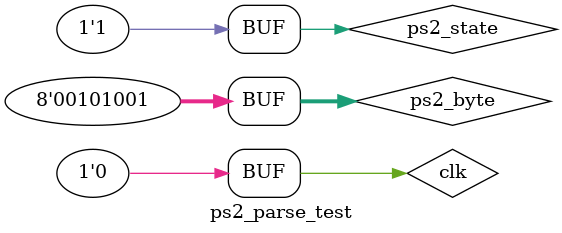
<source format=v>
`timescale 1ns / 1ps


module ps2_parse_test;

	// Inputs
	reg clk;
	reg [7:0] ps2_byte;
	reg ps2_state;

	// Outputs
	wire [15:0] keys;

	// Instantiate the Unit Under Test (UUT)
	ps2_parser uut (
		.clk(clk), 
		.ps2_byte(ps2_byte), 
		.ps2_state(ps2_state), 
		.keys(keys)
	);

	initial begin
		// Initialize Inputs
		clk = 0;
		ps2_byte = 0;
		ps2_state = 0;

		// Wait 100 ns for global reset to finish
		#50;
		ps2_byte = 8'h29;
		#40;
		ps2_state = 1;
		//ps2_byte = 0;
        
		// Add stimulus here

	end
	always begin
	clk = 1;#20;
	clk = 0;#20;
	end
      
endmodule


</source>
